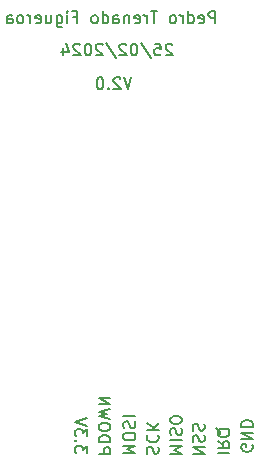
<source format=gbo>
G04 #@! TF.GenerationSoftware,KiCad,Pcbnew,7.0.9*
G04 #@! TF.CreationDate,2024-04-03T14:25:17+02:00*
G04 #@! TF.ProjectId,NFC_Programmer,4e46435f-5072-46f6-9772-616d6d65722e,3.0*
G04 #@! TF.SameCoordinates,Original*
G04 #@! TF.FileFunction,Legend,Bot*
G04 #@! TF.FilePolarity,Positive*
%FSLAX46Y46*%
G04 Gerber Fmt 4.6, Leading zero omitted, Abs format (unit mm)*
G04 Created by KiCad (PCBNEW 7.0.9) date 2024-04-03 14:25:17*
%MOMM*%
%LPD*%
G01*
G04 APERTURE LIST*
%ADD10C,0.153000*%
%ADD11C,3.000000*%
%ADD12R,1.350000X1.350000*%
%ADD13O,1.350000X1.350000*%
G04 APERTURE END LIST*
D10*
X138150336Y-106796485D02*
X138150336Y-106177438D01*
X138150336Y-106177438D02*
X137769384Y-106510771D01*
X137769384Y-106510771D02*
X137769384Y-106367914D01*
X137769384Y-106367914D02*
X137721765Y-106272676D01*
X137721765Y-106272676D02*
X137674146Y-106225057D01*
X137674146Y-106225057D02*
X137578908Y-106177438D01*
X137578908Y-106177438D02*
X137340813Y-106177438D01*
X137340813Y-106177438D02*
X137245575Y-106225057D01*
X137245575Y-106225057D02*
X137197956Y-106272676D01*
X137197956Y-106272676D02*
X137150336Y-106367914D01*
X137150336Y-106367914D02*
X137150336Y-106653628D01*
X137150336Y-106653628D02*
X137197956Y-106748866D01*
X137197956Y-106748866D02*
X137245575Y-106796485D01*
X137245575Y-105748866D02*
X137197956Y-105701247D01*
X137197956Y-105701247D02*
X137150336Y-105748866D01*
X137150336Y-105748866D02*
X137197956Y-105796485D01*
X137197956Y-105796485D02*
X137245575Y-105748866D01*
X137245575Y-105748866D02*
X137150336Y-105748866D01*
X138150336Y-105367914D02*
X138150336Y-104748867D01*
X138150336Y-104748867D02*
X137769384Y-105082200D01*
X137769384Y-105082200D02*
X137769384Y-104939343D01*
X137769384Y-104939343D02*
X137721765Y-104844105D01*
X137721765Y-104844105D02*
X137674146Y-104796486D01*
X137674146Y-104796486D02*
X137578908Y-104748867D01*
X137578908Y-104748867D02*
X137340813Y-104748867D01*
X137340813Y-104748867D02*
X137245575Y-104796486D01*
X137245575Y-104796486D02*
X137197956Y-104844105D01*
X137197956Y-104844105D02*
X137150336Y-104939343D01*
X137150336Y-104939343D02*
X137150336Y-105225057D01*
X137150336Y-105225057D02*
X137197956Y-105320295D01*
X137197956Y-105320295D02*
X137245575Y-105367914D01*
X138150336Y-104463152D02*
X137150336Y-104129819D01*
X137150336Y-104129819D02*
X138150336Y-103796486D01*
X141220336Y-106811247D02*
X142220336Y-106811247D01*
X142220336Y-106811247D02*
X141506051Y-106477914D01*
X141506051Y-106477914D02*
X142220336Y-106144581D01*
X142220336Y-106144581D02*
X141220336Y-106144581D01*
X142220336Y-105477914D02*
X142220336Y-105287438D01*
X142220336Y-105287438D02*
X142172717Y-105192200D01*
X142172717Y-105192200D02*
X142077479Y-105096962D01*
X142077479Y-105096962D02*
X141887003Y-105049343D01*
X141887003Y-105049343D02*
X141553670Y-105049343D01*
X141553670Y-105049343D02*
X141363194Y-105096962D01*
X141363194Y-105096962D02*
X141267956Y-105192200D01*
X141267956Y-105192200D02*
X141220336Y-105287438D01*
X141220336Y-105287438D02*
X141220336Y-105477914D01*
X141220336Y-105477914D02*
X141267956Y-105573152D01*
X141267956Y-105573152D02*
X141363194Y-105668390D01*
X141363194Y-105668390D02*
X141553670Y-105716009D01*
X141553670Y-105716009D02*
X141887003Y-105716009D01*
X141887003Y-105716009D02*
X142077479Y-105668390D01*
X142077479Y-105668390D02*
X142172717Y-105573152D01*
X142172717Y-105573152D02*
X142220336Y-105477914D01*
X141267956Y-104668390D02*
X141220336Y-104525533D01*
X141220336Y-104525533D02*
X141220336Y-104287438D01*
X141220336Y-104287438D02*
X141267956Y-104192200D01*
X141267956Y-104192200D02*
X141315575Y-104144581D01*
X141315575Y-104144581D02*
X141410813Y-104096962D01*
X141410813Y-104096962D02*
X141506051Y-104096962D01*
X141506051Y-104096962D02*
X141601289Y-104144581D01*
X141601289Y-104144581D02*
X141648908Y-104192200D01*
X141648908Y-104192200D02*
X141696527Y-104287438D01*
X141696527Y-104287438D02*
X141744146Y-104477914D01*
X141744146Y-104477914D02*
X141791765Y-104573152D01*
X141791765Y-104573152D02*
X141839384Y-104620771D01*
X141839384Y-104620771D02*
X141934622Y-104668390D01*
X141934622Y-104668390D02*
X142029860Y-104668390D01*
X142029860Y-104668390D02*
X142125098Y-104620771D01*
X142125098Y-104620771D02*
X142172717Y-104573152D01*
X142172717Y-104573152D02*
X142220336Y-104477914D01*
X142220336Y-104477914D02*
X142220336Y-104239819D01*
X142220336Y-104239819D02*
X142172717Y-104096962D01*
X141220336Y-103668390D02*
X142220336Y-103668390D01*
X141904104Y-74979663D02*
X141570771Y-75979663D01*
X141570771Y-75979663D02*
X141237438Y-74979663D01*
X140951723Y-75074901D02*
X140904104Y-75027282D01*
X140904104Y-75027282D02*
X140808866Y-74979663D01*
X140808866Y-74979663D02*
X140570771Y-74979663D01*
X140570771Y-74979663D02*
X140475533Y-75027282D01*
X140475533Y-75027282D02*
X140427914Y-75074901D01*
X140427914Y-75074901D02*
X140380295Y-75170139D01*
X140380295Y-75170139D02*
X140380295Y-75265377D01*
X140380295Y-75265377D02*
X140427914Y-75408234D01*
X140427914Y-75408234D02*
X140999342Y-75979663D01*
X140999342Y-75979663D02*
X140380295Y-75979663D01*
X139951723Y-75884424D02*
X139904104Y-75932044D01*
X139904104Y-75932044D02*
X139951723Y-75979663D01*
X139951723Y-75979663D02*
X139999342Y-75932044D01*
X139999342Y-75932044D02*
X139951723Y-75884424D01*
X139951723Y-75884424D02*
X139951723Y-75979663D01*
X139285057Y-74979663D02*
X139189819Y-74979663D01*
X139189819Y-74979663D02*
X139094581Y-75027282D01*
X139094581Y-75027282D02*
X139046962Y-75074901D01*
X139046962Y-75074901D02*
X138999343Y-75170139D01*
X138999343Y-75170139D02*
X138951724Y-75360615D01*
X138951724Y-75360615D02*
X138951724Y-75598710D01*
X138951724Y-75598710D02*
X138999343Y-75789186D01*
X138999343Y-75789186D02*
X139046962Y-75884424D01*
X139046962Y-75884424D02*
X139094581Y-75932044D01*
X139094581Y-75932044D02*
X139189819Y-75979663D01*
X139189819Y-75979663D02*
X139285057Y-75979663D01*
X139285057Y-75979663D02*
X139380295Y-75932044D01*
X139380295Y-75932044D02*
X139427914Y-75884424D01*
X139427914Y-75884424D02*
X139475533Y-75789186D01*
X139475533Y-75789186D02*
X139523152Y-75598710D01*
X139523152Y-75598710D02*
X139523152Y-75360615D01*
X139523152Y-75360615D02*
X139475533Y-75170139D01*
X139475533Y-75170139D02*
X139427914Y-75074901D01*
X139427914Y-75074901D02*
X139380295Y-75027282D01*
X139380295Y-75027282D02*
X139285057Y-74979663D01*
X145358866Y-72214901D02*
X145311247Y-72167282D01*
X145311247Y-72167282D02*
X145216009Y-72119663D01*
X145216009Y-72119663D02*
X144977914Y-72119663D01*
X144977914Y-72119663D02*
X144882676Y-72167282D01*
X144882676Y-72167282D02*
X144835057Y-72214901D01*
X144835057Y-72214901D02*
X144787438Y-72310139D01*
X144787438Y-72310139D02*
X144787438Y-72405377D01*
X144787438Y-72405377D02*
X144835057Y-72548234D01*
X144835057Y-72548234D02*
X145406485Y-73119663D01*
X145406485Y-73119663D02*
X144787438Y-73119663D01*
X143882676Y-72119663D02*
X144358866Y-72119663D01*
X144358866Y-72119663D02*
X144406485Y-72595853D01*
X144406485Y-72595853D02*
X144358866Y-72548234D01*
X144358866Y-72548234D02*
X144263628Y-72500615D01*
X144263628Y-72500615D02*
X144025533Y-72500615D01*
X144025533Y-72500615D02*
X143930295Y-72548234D01*
X143930295Y-72548234D02*
X143882676Y-72595853D01*
X143882676Y-72595853D02*
X143835057Y-72691091D01*
X143835057Y-72691091D02*
X143835057Y-72929186D01*
X143835057Y-72929186D02*
X143882676Y-73024424D01*
X143882676Y-73024424D02*
X143930295Y-73072044D01*
X143930295Y-73072044D02*
X144025533Y-73119663D01*
X144025533Y-73119663D02*
X144263628Y-73119663D01*
X144263628Y-73119663D02*
X144358866Y-73072044D01*
X144358866Y-73072044D02*
X144406485Y-73024424D01*
X142692200Y-72072044D02*
X143549342Y-73357758D01*
X142168390Y-72119663D02*
X142073152Y-72119663D01*
X142073152Y-72119663D02*
X141977914Y-72167282D01*
X141977914Y-72167282D02*
X141930295Y-72214901D01*
X141930295Y-72214901D02*
X141882676Y-72310139D01*
X141882676Y-72310139D02*
X141835057Y-72500615D01*
X141835057Y-72500615D02*
X141835057Y-72738710D01*
X141835057Y-72738710D02*
X141882676Y-72929186D01*
X141882676Y-72929186D02*
X141930295Y-73024424D01*
X141930295Y-73024424D02*
X141977914Y-73072044D01*
X141977914Y-73072044D02*
X142073152Y-73119663D01*
X142073152Y-73119663D02*
X142168390Y-73119663D01*
X142168390Y-73119663D02*
X142263628Y-73072044D01*
X142263628Y-73072044D02*
X142311247Y-73024424D01*
X142311247Y-73024424D02*
X142358866Y-72929186D01*
X142358866Y-72929186D02*
X142406485Y-72738710D01*
X142406485Y-72738710D02*
X142406485Y-72500615D01*
X142406485Y-72500615D02*
X142358866Y-72310139D01*
X142358866Y-72310139D02*
X142311247Y-72214901D01*
X142311247Y-72214901D02*
X142263628Y-72167282D01*
X142263628Y-72167282D02*
X142168390Y-72119663D01*
X141454104Y-72214901D02*
X141406485Y-72167282D01*
X141406485Y-72167282D02*
X141311247Y-72119663D01*
X141311247Y-72119663D02*
X141073152Y-72119663D01*
X141073152Y-72119663D02*
X140977914Y-72167282D01*
X140977914Y-72167282D02*
X140930295Y-72214901D01*
X140930295Y-72214901D02*
X140882676Y-72310139D01*
X140882676Y-72310139D02*
X140882676Y-72405377D01*
X140882676Y-72405377D02*
X140930295Y-72548234D01*
X140930295Y-72548234D02*
X141501723Y-73119663D01*
X141501723Y-73119663D02*
X140882676Y-73119663D01*
X139739819Y-72072044D02*
X140596961Y-73357758D01*
X139454104Y-72214901D02*
X139406485Y-72167282D01*
X139406485Y-72167282D02*
X139311247Y-72119663D01*
X139311247Y-72119663D02*
X139073152Y-72119663D01*
X139073152Y-72119663D02*
X138977914Y-72167282D01*
X138977914Y-72167282D02*
X138930295Y-72214901D01*
X138930295Y-72214901D02*
X138882676Y-72310139D01*
X138882676Y-72310139D02*
X138882676Y-72405377D01*
X138882676Y-72405377D02*
X138930295Y-72548234D01*
X138930295Y-72548234D02*
X139501723Y-73119663D01*
X139501723Y-73119663D02*
X138882676Y-73119663D01*
X138263628Y-72119663D02*
X138168390Y-72119663D01*
X138168390Y-72119663D02*
X138073152Y-72167282D01*
X138073152Y-72167282D02*
X138025533Y-72214901D01*
X138025533Y-72214901D02*
X137977914Y-72310139D01*
X137977914Y-72310139D02*
X137930295Y-72500615D01*
X137930295Y-72500615D02*
X137930295Y-72738710D01*
X137930295Y-72738710D02*
X137977914Y-72929186D01*
X137977914Y-72929186D02*
X138025533Y-73024424D01*
X138025533Y-73024424D02*
X138073152Y-73072044D01*
X138073152Y-73072044D02*
X138168390Y-73119663D01*
X138168390Y-73119663D02*
X138263628Y-73119663D01*
X138263628Y-73119663D02*
X138358866Y-73072044D01*
X138358866Y-73072044D02*
X138406485Y-73024424D01*
X138406485Y-73024424D02*
X138454104Y-72929186D01*
X138454104Y-72929186D02*
X138501723Y-72738710D01*
X138501723Y-72738710D02*
X138501723Y-72500615D01*
X138501723Y-72500615D02*
X138454104Y-72310139D01*
X138454104Y-72310139D02*
X138406485Y-72214901D01*
X138406485Y-72214901D02*
X138358866Y-72167282D01*
X138358866Y-72167282D02*
X138263628Y-72119663D01*
X137549342Y-72214901D02*
X137501723Y-72167282D01*
X137501723Y-72167282D02*
X137406485Y-72119663D01*
X137406485Y-72119663D02*
X137168390Y-72119663D01*
X137168390Y-72119663D02*
X137073152Y-72167282D01*
X137073152Y-72167282D02*
X137025533Y-72214901D01*
X137025533Y-72214901D02*
X136977914Y-72310139D01*
X136977914Y-72310139D02*
X136977914Y-72405377D01*
X136977914Y-72405377D02*
X137025533Y-72548234D01*
X137025533Y-72548234D02*
X137596961Y-73119663D01*
X137596961Y-73119663D02*
X136977914Y-73119663D01*
X136120771Y-72452996D02*
X136120771Y-73119663D01*
X136358866Y-72072044D02*
X136596961Y-72786329D01*
X136596961Y-72786329D02*
X135977914Y-72786329D01*
X152132717Y-106097438D02*
X152180336Y-106192676D01*
X152180336Y-106192676D02*
X152180336Y-106335533D01*
X152180336Y-106335533D02*
X152132717Y-106478390D01*
X152132717Y-106478390D02*
X152037479Y-106573628D01*
X152037479Y-106573628D02*
X151942241Y-106621247D01*
X151942241Y-106621247D02*
X151751765Y-106668866D01*
X151751765Y-106668866D02*
X151608908Y-106668866D01*
X151608908Y-106668866D02*
X151418432Y-106621247D01*
X151418432Y-106621247D02*
X151323194Y-106573628D01*
X151323194Y-106573628D02*
X151227956Y-106478390D01*
X151227956Y-106478390D02*
X151180336Y-106335533D01*
X151180336Y-106335533D02*
X151180336Y-106240295D01*
X151180336Y-106240295D02*
X151227956Y-106097438D01*
X151227956Y-106097438D02*
X151275575Y-106049819D01*
X151275575Y-106049819D02*
X151608908Y-106049819D01*
X151608908Y-106049819D02*
X151608908Y-106240295D01*
X151180336Y-105621247D02*
X152180336Y-105621247D01*
X152180336Y-105621247D02*
X151180336Y-105049819D01*
X151180336Y-105049819D02*
X152180336Y-105049819D01*
X151180336Y-104573628D02*
X152180336Y-104573628D01*
X152180336Y-104573628D02*
X152180336Y-104335533D01*
X152180336Y-104335533D02*
X152132717Y-104192676D01*
X152132717Y-104192676D02*
X152037479Y-104097438D01*
X152037479Y-104097438D02*
X151942241Y-104049819D01*
X151942241Y-104049819D02*
X151751765Y-104002200D01*
X151751765Y-104002200D02*
X151608908Y-104002200D01*
X151608908Y-104002200D02*
X151418432Y-104049819D01*
X151418432Y-104049819D02*
X151323194Y-104097438D01*
X151323194Y-104097438D02*
X151227956Y-104192676D01*
X151227956Y-104192676D02*
X151180336Y-104335533D01*
X151180336Y-104335533D02*
X151180336Y-104573628D01*
X139120336Y-106861247D02*
X140120336Y-106861247D01*
X140120336Y-106861247D02*
X140120336Y-106480295D01*
X140120336Y-106480295D02*
X140072717Y-106385057D01*
X140072717Y-106385057D02*
X140025098Y-106337438D01*
X140025098Y-106337438D02*
X139929860Y-106289819D01*
X139929860Y-106289819D02*
X139787003Y-106289819D01*
X139787003Y-106289819D02*
X139691765Y-106337438D01*
X139691765Y-106337438D02*
X139644146Y-106385057D01*
X139644146Y-106385057D02*
X139596527Y-106480295D01*
X139596527Y-106480295D02*
X139596527Y-106861247D01*
X139120336Y-105861247D02*
X140120336Y-105861247D01*
X140120336Y-105861247D02*
X140120336Y-105623152D01*
X140120336Y-105623152D02*
X140072717Y-105480295D01*
X140072717Y-105480295D02*
X139977479Y-105385057D01*
X139977479Y-105385057D02*
X139882241Y-105337438D01*
X139882241Y-105337438D02*
X139691765Y-105289819D01*
X139691765Y-105289819D02*
X139548908Y-105289819D01*
X139548908Y-105289819D02*
X139358432Y-105337438D01*
X139358432Y-105337438D02*
X139263194Y-105385057D01*
X139263194Y-105385057D02*
X139167956Y-105480295D01*
X139167956Y-105480295D02*
X139120336Y-105623152D01*
X139120336Y-105623152D02*
X139120336Y-105861247D01*
X140120336Y-104670771D02*
X140120336Y-104480295D01*
X140120336Y-104480295D02*
X140072717Y-104385057D01*
X140072717Y-104385057D02*
X139977479Y-104289819D01*
X139977479Y-104289819D02*
X139787003Y-104242200D01*
X139787003Y-104242200D02*
X139453670Y-104242200D01*
X139453670Y-104242200D02*
X139263194Y-104289819D01*
X139263194Y-104289819D02*
X139167956Y-104385057D01*
X139167956Y-104385057D02*
X139120336Y-104480295D01*
X139120336Y-104480295D02*
X139120336Y-104670771D01*
X139120336Y-104670771D02*
X139167956Y-104766009D01*
X139167956Y-104766009D02*
X139263194Y-104861247D01*
X139263194Y-104861247D02*
X139453670Y-104908866D01*
X139453670Y-104908866D02*
X139787003Y-104908866D01*
X139787003Y-104908866D02*
X139977479Y-104861247D01*
X139977479Y-104861247D02*
X140072717Y-104766009D01*
X140072717Y-104766009D02*
X140120336Y-104670771D01*
X140120336Y-103908866D02*
X139120336Y-103670771D01*
X139120336Y-103670771D02*
X139834622Y-103480295D01*
X139834622Y-103480295D02*
X139120336Y-103289819D01*
X139120336Y-103289819D02*
X140120336Y-103051724D01*
X139120336Y-102670771D02*
X140120336Y-102670771D01*
X140120336Y-102670771D02*
X139120336Y-102099343D01*
X139120336Y-102099343D02*
X140120336Y-102099343D01*
X148991247Y-70389663D02*
X148991247Y-69389663D01*
X148991247Y-69389663D02*
X148610295Y-69389663D01*
X148610295Y-69389663D02*
X148515057Y-69437282D01*
X148515057Y-69437282D02*
X148467438Y-69484901D01*
X148467438Y-69484901D02*
X148419819Y-69580139D01*
X148419819Y-69580139D02*
X148419819Y-69722996D01*
X148419819Y-69722996D02*
X148467438Y-69818234D01*
X148467438Y-69818234D02*
X148515057Y-69865853D01*
X148515057Y-69865853D02*
X148610295Y-69913472D01*
X148610295Y-69913472D02*
X148991247Y-69913472D01*
X147610295Y-70342044D02*
X147705533Y-70389663D01*
X147705533Y-70389663D02*
X147896009Y-70389663D01*
X147896009Y-70389663D02*
X147991247Y-70342044D01*
X147991247Y-70342044D02*
X148038866Y-70246805D01*
X148038866Y-70246805D02*
X148038866Y-69865853D01*
X148038866Y-69865853D02*
X147991247Y-69770615D01*
X147991247Y-69770615D02*
X147896009Y-69722996D01*
X147896009Y-69722996D02*
X147705533Y-69722996D01*
X147705533Y-69722996D02*
X147610295Y-69770615D01*
X147610295Y-69770615D02*
X147562676Y-69865853D01*
X147562676Y-69865853D02*
X147562676Y-69961091D01*
X147562676Y-69961091D02*
X148038866Y-70056329D01*
X146705533Y-70389663D02*
X146705533Y-69389663D01*
X146705533Y-70342044D02*
X146800771Y-70389663D01*
X146800771Y-70389663D02*
X146991247Y-70389663D01*
X146991247Y-70389663D02*
X147086485Y-70342044D01*
X147086485Y-70342044D02*
X147134104Y-70294424D01*
X147134104Y-70294424D02*
X147181723Y-70199186D01*
X147181723Y-70199186D02*
X147181723Y-69913472D01*
X147181723Y-69913472D02*
X147134104Y-69818234D01*
X147134104Y-69818234D02*
X147086485Y-69770615D01*
X147086485Y-69770615D02*
X146991247Y-69722996D01*
X146991247Y-69722996D02*
X146800771Y-69722996D01*
X146800771Y-69722996D02*
X146705533Y-69770615D01*
X146229342Y-70389663D02*
X146229342Y-69722996D01*
X146229342Y-69913472D02*
X146181723Y-69818234D01*
X146181723Y-69818234D02*
X146134104Y-69770615D01*
X146134104Y-69770615D02*
X146038866Y-69722996D01*
X146038866Y-69722996D02*
X145943628Y-69722996D01*
X145467437Y-70389663D02*
X145562675Y-70342044D01*
X145562675Y-70342044D02*
X145610294Y-70294424D01*
X145610294Y-70294424D02*
X145657913Y-70199186D01*
X145657913Y-70199186D02*
X145657913Y-69913472D01*
X145657913Y-69913472D02*
X145610294Y-69818234D01*
X145610294Y-69818234D02*
X145562675Y-69770615D01*
X145562675Y-69770615D02*
X145467437Y-69722996D01*
X145467437Y-69722996D02*
X145324580Y-69722996D01*
X145324580Y-69722996D02*
X145229342Y-69770615D01*
X145229342Y-69770615D02*
X145181723Y-69818234D01*
X145181723Y-69818234D02*
X145134104Y-69913472D01*
X145134104Y-69913472D02*
X145134104Y-70199186D01*
X145134104Y-70199186D02*
X145181723Y-70294424D01*
X145181723Y-70294424D02*
X145229342Y-70342044D01*
X145229342Y-70342044D02*
X145324580Y-70389663D01*
X145324580Y-70389663D02*
X145467437Y-70389663D01*
X144086484Y-69389663D02*
X143515056Y-69389663D01*
X143800770Y-70389663D02*
X143800770Y-69389663D01*
X143181722Y-70389663D02*
X143181722Y-69722996D01*
X143181722Y-69913472D02*
X143134103Y-69818234D01*
X143134103Y-69818234D02*
X143086484Y-69770615D01*
X143086484Y-69770615D02*
X142991246Y-69722996D01*
X142991246Y-69722996D02*
X142896008Y-69722996D01*
X142181722Y-70342044D02*
X142276960Y-70389663D01*
X142276960Y-70389663D02*
X142467436Y-70389663D01*
X142467436Y-70389663D02*
X142562674Y-70342044D01*
X142562674Y-70342044D02*
X142610293Y-70246805D01*
X142610293Y-70246805D02*
X142610293Y-69865853D01*
X142610293Y-69865853D02*
X142562674Y-69770615D01*
X142562674Y-69770615D02*
X142467436Y-69722996D01*
X142467436Y-69722996D02*
X142276960Y-69722996D01*
X142276960Y-69722996D02*
X142181722Y-69770615D01*
X142181722Y-69770615D02*
X142134103Y-69865853D01*
X142134103Y-69865853D02*
X142134103Y-69961091D01*
X142134103Y-69961091D02*
X142610293Y-70056329D01*
X141705531Y-69722996D02*
X141705531Y-70389663D01*
X141705531Y-69818234D02*
X141657912Y-69770615D01*
X141657912Y-69770615D02*
X141562674Y-69722996D01*
X141562674Y-69722996D02*
X141419817Y-69722996D01*
X141419817Y-69722996D02*
X141324579Y-69770615D01*
X141324579Y-69770615D02*
X141276960Y-69865853D01*
X141276960Y-69865853D02*
X141276960Y-70389663D01*
X140372198Y-70389663D02*
X140372198Y-69865853D01*
X140372198Y-69865853D02*
X140419817Y-69770615D01*
X140419817Y-69770615D02*
X140515055Y-69722996D01*
X140515055Y-69722996D02*
X140705531Y-69722996D01*
X140705531Y-69722996D02*
X140800769Y-69770615D01*
X140372198Y-70342044D02*
X140467436Y-70389663D01*
X140467436Y-70389663D02*
X140705531Y-70389663D01*
X140705531Y-70389663D02*
X140800769Y-70342044D01*
X140800769Y-70342044D02*
X140848388Y-70246805D01*
X140848388Y-70246805D02*
X140848388Y-70151567D01*
X140848388Y-70151567D02*
X140800769Y-70056329D01*
X140800769Y-70056329D02*
X140705531Y-70008710D01*
X140705531Y-70008710D02*
X140467436Y-70008710D01*
X140467436Y-70008710D02*
X140372198Y-69961091D01*
X139467436Y-70389663D02*
X139467436Y-69389663D01*
X139467436Y-70342044D02*
X139562674Y-70389663D01*
X139562674Y-70389663D02*
X139753150Y-70389663D01*
X139753150Y-70389663D02*
X139848388Y-70342044D01*
X139848388Y-70342044D02*
X139896007Y-70294424D01*
X139896007Y-70294424D02*
X139943626Y-70199186D01*
X139943626Y-70199186D02*
X139943626Y-69913472D01*
X139943626Y-69913472D02*
X139896007Y-69818234D01*
X139896007Y-69818234D02*
X139848388Y-69770615D01*
X139848388Y-69770615D02*
X139753150Y-69722996D01*
X139753150Y-69722996D02*
X139562674Y-69722996D01*
X139562674Y-69722996D02*
X139467436Y-69770615D01*
X138848388Y-70389663D02*
X138943626Y-70342044D01*
X138943626Y-70342044D02*
X138991245Y-70294424D01*
X138991245Y-70294424D02*
X139038864Y-70199186D01*
X139038864Y-70199186D02*
X139038864Y-69913472D01*
X139038864Y-69913472D02*
X138991245Y-69818234D01*
X138991245Y-69818234D02*
X138943626Y-69770615D01*
X138943626Y-69770615D02*
X138848388Y-69722996D01*
X138848388Y-69722996D02*
X138705531Y-69722996D01*
X138705531Y-69722996D02*
X138610293Y-69770615D01*
X138610293Y-69770615D02*
X138562674Y-69818234D01*
X138562674Y-69818234D02*
X138515055Y-69913472D01*
X138515055Y-69913472D02*
X138515055Y-70199186D01*
X138515055Y-70199186D02*
X138562674Y-70294424D01*
X138562674Y-70294424D02*
X138610293Y-70342044D01*
X138610293Y-70342044D02*
X138705531Y-70389663D01*
X138705531Y-70389663D02*
X138848388Y-70389663D01*
X136991245Y-69865853D02*
X137324578Y-69865853D01*
X137324578Y-70389663D02*
X137324578Y-69389663D01*
X137324578Y-69389663D02*
X136848388Y-69389663D01*
X136467435Y-70389663D02*
X136467435Y-69722996D01*
X136467435Y-69389663D02*
X136515054Y-69437282D01*
X136515054Y-69437282D02*
X136467435Y-69484901D01*
X136467435Y-69484901D02*
X136419816Y-69437282D01*
X136419816Y-69437282D02*
X136467435Y-69389663D01*
X136467435Y-69389663D02*
X136467435Y-69484901D01*
X135562674Y-69722996D02*
X135562674Y-70532520D01*
X135562674Y-70532520D02*
X135610293Y-70627758D01*
X135610293Y-70627758D02*
X135657912Y-70675377D01*
X135657912Y-70675377D02*
X135753150Y-70722996D01*
X135753150Y-70722996D02*
X135896007Y-70722996D01*
X135896007Y-70722996D02*
X135991245Y-70675377D01*
X135562674Y-70342044D02*
X135657912Y-70389663D01*
X135657912Y-70389663D02*
X135848388Y-70389663D01*
X135848388Y-70389663D02*
X135943626Y-70342044D01*
X135943626Y-70342044D02*
X135991245Y-70294424D01*
X135991245Y-70294424D02*
X136038864Y-70199186D01*
X136038864Y-70199186D02*
X136038864Y-69913472D01*
X136038864Y-69913472D02*
X135991245Y-69818234D01*
X135991245Y-69818234D02*
X135943626Y-69770615D01*
X135943626Y-69770615D02*
X135848388Y-69722996D01*
X135848388Y-69722996D02*
X135657912Y-69722996D01*
X135657912Y-69722996D02*
X135562674Y-69770615D01*
X134657912Y-69722996D02*
X134657912Y-70389663D01*
X135086483Y-69722996D02*
X135086483Y-70246805D01*
X135086483Y-70246805D02*
X135038864Y-70342044D01*
X135038864Y-70342044D02*
X134943626Y-70389663D01*
X134943626Y-70389663D02*
X134800769Y-70389663D01*
X134800769Y-70389663D02*
X134705531Y-70342044D01*
X134705531Y-70342044D02*
X134657912Y-70294424D01*
X133800769Y-70342044D02*
X133896007Y-70389663D01*
X133896007Y-70389663D02*
X134086483Y-70389663D01*
X134086483Y-70389663D02*
X134181721Y-70342044D01*
X134181721Y-70342044D02*
X134229340Y-70246805D01*
X134229340Y-70246805D02*
X134229340Y-69865853D01*
X134229340Y-69865853D02*
X134181721Y-69770615D01*
X134181721Y-69770615D02*
X134086483Y-69722996D01*
X134086483Y-69722996D02*
X133896007Y-69722996D01*
X133896007Y-69722996D02*
X133800769Y-69770615D01*
X133800769Y-69770615D02*
X133753150Y-69865853D01*
X133753150Y-69865853D02*
X133753150Y-69961091D01*
X133753150Y-69961091D02*
X134229340Y-70056329D01*
X133324578Y-70389663D02*
X133324578Y-69722996D01*
X133324578Y-69913472D02*
X133276959Y-69818234D01*
X133276959Y-69818234D02*
X133229340Y-69770615D01*
X133229340Y-69770615D02*
X133134102Y-69722996D01*
X133134102Y-69722996D02*
X133038864Y-69722996D01*
X132562673Y-70389663D02*
X132657911Y-70342044D01*
X132657911Y-70342044D02*
X132705530Y-70294424D01*
X132705530Y-70294424D02*
X132753149Y-70199186D01*
X132753149Y-70199186D02*
X132753149Y-69913472D01*
X132753149Y-69913472D02*
X132705530Y-69818234D01*
X132705530Y-69818234D02*
X132657911Y-69770615D01*
X132657911Y-69770615D02*
X132562673Y-69722996D01*
X132562673Y-69722996D02*
X132419816Y-69722996D01*
X132419816Y-69722996D02*
X132324578Y-69770615D01*
X132324578Y-69770615D02*
X132276959Y-69818234D01*
X132276959Y-69818234D02*
X132229340Y-69913472D01*
X132229340Y-69913472D02*
X132229340Y-70199186D01*
X132229340Y-70199186D02*
X132276959Y-70294424D01*
X132276959Y-70294424D02*
X132324578Y-70342044D01*
X132324578Y-70342044D02*
X132419816Y-70389663D01*
X132419816Y-70389663D02*
X132562673Y-70389663D01*
X131372197Y-70389663D02*
X131372197Y-69865853D01*
X131372197Y-69865853D02*
X131419816Y-69770615D01*
X131419816Y-69770615D02*
X131515054Y-69722996D01*
X131515054Y-69722996D02*
X131705530Y-69722996D01*
X131705530Y-69722996D02*
X131800768Y-69770615D01*
X131372197Y-70342044D02*
X131467435Y-70389663D01*
X131467435Y-70389663D02*
X131705530Y-70389663D01*
X131705530Y-70389663D02*
X131800768Y-70342044D01*
X131800768Y-70342044D02*
X131848387Y-70246805D01*
X131848387Y-70246805D02*
X131848387Y-70151567D01*
X131848387Y-70151567D02*
X131800768Y-70056329D01*
X131800768Y-70056329D02*
X131705530Y-70008710D01*
X131705530Y-70008710D02*
X131467435Y-70008710D01*
X131467435Y-70008710D02*
X131372197Y-69961091D01*
X147090336Y-106831247D02*
X148090336Y-106831247D01*
X148090336Y-106831247D02*
X147090336Y-106259819D01*
X147090336Y-106259819D02*
X148090336Y-106259819D01*
X147137956Y-105831247D02*
X147090336Y-105688390D01*
X147090336Y-105688390D02*
X147090336Y-105450295D01*
X147090336Y-105450295D02*
X147137956Y-105355057D01*
X147137956Y-105355057D02*
X147185575Y-105307438D01*
X147185575Y-105307438D02*
X147280813Y-105259819D01*
X147280813Y-105259819D02*
X147376051Y-105259819D01*
X147376051Y-105259819D02*
X147471289Y-105307438D01*
X147471289Y-105307438D02*
X147518908Y-105355057D01*
X147518908Y-105355057D02*
X147566527Y-105450295D01*
X147566527Y-105450295D02*
X147614146Y-105640771D01*
X147614146Y-105640771D02*
X147661765Y-105736009D01*
X147661765Y-105736009D02*
X147709384Y-105783628D01*
X147709384Y-105783628D02*
X147804622Y-105831247D01*
X147804622Y-105831247D02*
X147899860Y-105831247D01*
X147899860Y-105831247D02*
X147995098Y-105783628D01*
X147995098Y-105783628D02*
X148042717Y-105736009D01*
X148042717Y-105736009D02*
X148090336Y-105640771D01*
X148090336Y-105640771D02*
X148090336Y-105402676D01*
X148090336Y-105402676D02*
X148042717Y-105259819D01*
X147137956Y-104878866D02*
X147090336Y-104736009D01*
X147090336Y-104736009D02*
X147090336Y-104497914D01*
X147090336Y-104497914D02*
X147137956Y-104402676D01*
X147137956Y-104402676D02*
X147185575Y-104355057D01*
X147185575Y-104355057D02*
X147280813Y-104307438D01*
X147280813Y-104307438D02*
X147376051Y-104307438D01*
X147376051Y-104307438D02*
X147471289Y-104355057D01*
X147471289Y-104355057D02*
X147518908Y-104402676D01*
X147518908Y-104402676D02*
X147566527Y-104497914D01*
X147566527Y-104497914D02*
X147614146Y-104688390D01*
X147614146Y-104688390D02*
X147661765Y-104783628D01*
X147661765Y-104783628D02*
X147709384Y-104831247D01*
X147709384Y-104831247D02*
X147804622Y-104878866D01*
X147804622Y-104878866D02*
X147899860Y-104878866D01*
X147899860Y-104878866D02*
X147995098Y-104831247D01*
X147995098Y-104831247D02*
X148042717Y-104783628D01*
X148042717Y-104783628D02*
X148090336Y-104688390D01*
X148090336Y-104688390D02*
X148090336Y-104450295D01*
X148090336Y-104450295D02*
X148042717Y-104307438D01*
X143257956Y-106828866D02*
X143210336Y-106686009D01*
X143210336Y-106686009D02*
X143210336Y-106447914D01*
X143210336Y-106447914D02*
X143257956Y-106352676D01*
X143257956Y-106352676D02*
X143305575Y-106305057D01*
X143305575Y-106305057D02*
X143400813Y-106257438D01*
X143400813Y-106257438D02*
X143496051Y-106257438D01*
X143496051Y-106257438D02*
X143591289Y-106305057D01*
X143591289Y-106305057D02*
X143638908Y-106352676D01*
X143638908Y-106352676D02*
X143686527Y-106447914D01*
X143686527Y-106447914D02*
X143734146Y-106638390D01*
X143734146Y-106638390D02*
X143781765Y-106733628D01*
X143781765Y-106733628D02*
X143829384Y-106781247D01*
X143829384Y-106781247D02*
X143924622Y-106828866D01*
X143924622Y-106828866D02*
X144019860Y-106828866D01*
X144019860Y-106828866D02*
X144115098Y-106781247D01*
X144115098Y-106781247D02*
X144162717Y-106733628D01*
X144162717Y-106733628D02*
X144210336Y-106638390D01*
X144210336Y-106638390D02*
X144210336Y-106400295D01*
X144210336Y-106400295D02*
X144162717Y-106257438D01*
X143305575Y-105257438D02*
X143257956Y-105305057D01*
X143257956Y-105305057D02*
X143210336Y-105447914D01*
X143210336Y-105447914D02*
X143210336Y-105543152D01*
X143210336Y-105543152D02*
X143257956Y-105686009D01*
X143257956Y-105686009D02*
X143353194Y-105781247D01*
X143353194Y-105781247D02*
X143448432Y-105828866D01*
X143448432Y-105828866D02*
X143638908Y-105876485D01*
X143638908Y-105876485D02*
X143781765Y-105876485D01*
X143781765Y-105876485D02*
X143972241Y-105828866D01*
X143972241Y-105828866D02*
X144067479Y-105781247D01*
X144067479Y-105781247D02*
X144162717Y-105686009D01*
X144162717Y-105686009D02*
X144210336Y-105543152D01*
X144210336Y-105543152D02*
X144210336Y-105447914D01*
X144210336Y-105447914D02*
X144162717Y-105305057D01*
X144162717Y-105305057D02*
X144115098Y-105257438D01*
X143210336Y-104828866D02*
X144210336Y-104828866D01*
X143210336Y-104257438D02*
X143781765Y-104686009D01*
X144210336Y-104257438D02*
X143638908Y-104828866D01*
X149190336Y-106811247D02*
X150190336Y-106811247D01*
X149190336Y-105763629D02*
X149666527Y-106096962D01*
X149190336Y-106335057D02*
X150190336Y-106335057D01*
X150190336Y-106335057D02*
X150190336Y-105954105D01*
X150190336Y-105954105D02*
X150142717Y-105858867D01*
X150142717Y-105858867D02*
X150095098Y-105811248D01*
X150095098Y-105811248D02*
X149999860Y-105763629D01*
X149999860Y-105763629D02*
X149857003Y-105763629D01*
X149857003Y-105763629D02*
X149761765Y-105811248D01*
X149761765Y-105811248D02*
X149714146Y-105858867D01*
X149714146Y-105858867D02*
X149666527Y-105954105D01*
X149666527Y-105954105D02*
X149666527Y-106335057D01*
X149095098Y-104668391D02*
X149142717Y-104763629D01*
X149142717Y-104763629D02*
X149237956Y-104858867D01*
X149237956Y-104858867D02*
X149380813Y-105001724D01*
X149380813Y-105001724D02*
X149428432Y-105096962D01*
X149428432Y-105096962D02*
X149428432Y-105192200D01*
X149190336Y-105144581D02*
X149237956Y-105239819D01*
X149237956Y-105239819D02*
X149333194Y-105335057D01*
X149333194Y-105335057D02*
X149523670Y-105382676D01*
X149523670Y-105382676D02*
X149857003Y-105382676D01*
X149857003Y-105382676D02*
X150047479Y-105335057D01*
X150047479Y-105335057D02*
X150142717Y-105239819D01*
X150142717Y-105239819D02*
X150190336Y-105144581D01*
X150190336Y-105144581D02*
X150190336Y-104954105D01*
X150190336Y-104954105D02*
X150142717Y-104858867D01*
X150142717Y-104858867D02*
X150047479Y-104763629D01*
X150047479Y-104763629D02*
X149857003Y-104716010D01*
X149857003Y-104716010D02*
X149523670Y-104716010D01*
X149523670Y-104716010D02*
X149333194Y-104763629D01*
X149333194Y-104763629D02*
X149237956Y-104858867D01*
X149237956Y-104858867D02*
X149190336Y-104954105D01*
X149190336Y-104954105D02*
X149190336Y-105144581D01*
X145180336Y-106831247D02*
X146180336Y-106831247D01*
X146180336Y-106831247D02*
X145466051Y-106497914D01*
X145466051Y-106497914D02*
X146180336Y-106164581D01*
X146180336Y-106164581D02*
X145180336Y-106164581D01*
X145180336Y-105688390D02*
X146180336Y-105688390D01*
X145227956Y-105259819D02*
X145180336Y-105116962D01*
X145180336Y-105116962D02*
X145180336Y-104878867D01*
X145180336Y-104878867D02*
X145227956Y-104783629D01*
X145227956Y-104783629D02*
X145275575Y-104736010D01*
X145275575Y-104736010D02*
X145370813Y-104688391D01*
X145370813Y-104688391D02*
X145466051Y-104688391D01*
X145466051Y-104688391D02*
X145561289Y-104736010D01*
X145561289Y-104736010D02*
X145608908Y-104783629D01*
X145608908Y-104783629D02*
X145656527Y-104878867D01*
X145656527Y-104878867D02*
X145704146Y-105069343D01*
X145704146Y-105069343D02*
X145751765Y-105164581D01*
X145751765Y-105164581D02*
X145799384Y-105212200D01*
X145799384Y-105212200D02*
X145894622Y-105259819D01*
X145894622Y-105259819D02*
X145989860Y-105259819D01*
X145989860Y-105259819D02*
X146085098Y-105212200D01*
X146085098Y-105212200D02*
X146132717Y-105164581D01*
X146132717Y-105164581D02*
X146180336Y-105069343D01*
X146180336Y-105069343D02*
X146180336Y-104831248D01*
X146180336Y-104831248D02*
X146132717Y-104688391D01*
X146180336Y-104069343D02*
X146180336Y-103878867D01*
X146180336Y-103878867D02*
X146132717Y-103783629D01*
X146132717Y-103783629D02*
X146037479Y-103688391D01*
X146037479Y-103688391D02*
X145847003Y-103640772D01*
X145847003Y-103640772D02*
X145513670Y-103640772D01*
X145513670Y-103640772D02*
X145323194Y-103688391D01*
X145323194Y-103688391D02*
X145227956Y-103783629D01*
X145227956Y-103783629D02*
X145180336Y-103878867D01*
X145180336Y-103878867D02*
X145180336Y-104069343D01*
X145180336Y-104069343D02*
X145227956Y-104164581D01*
X145227956Y-104164581D02*
X145323194Y-104259819D01*
X145323194Y-104259819D02*
X145513670Y-104307438D01*
X145513670Y-104307438D02*
X145847003Y-104307438D01*
X145847003Y-104307438D02*
X146037479Y-104259819D01*
X146037479Y-104259819D02*
X146132717Y-104164581D01*
X146132717Y-104164581D02*
X146180336Y-104069343D01*
%LPC*%
D11*
X124080000Y-58640000D03*
X156120000Y-58640000D03*
D12*
X128530000Y-103060000D03*
D13*
X130530000Y-103060000D03*
D11*
X124060000Y-88020000D03*
D12*
X137670000Y-107810000D03*
D13*
X139670000Y-107810000D03*
X141670000Y-107810000D03*
X143670000Y-107810000D03*
X145670000Y-107810000D03*
X147670000Y-107810000D03*
X149670000Y-107810000D03*
X151670000Y-107810000D03*
D11*
X156110000Y-88020000D03*
%LPD*%
M02*

</source>
